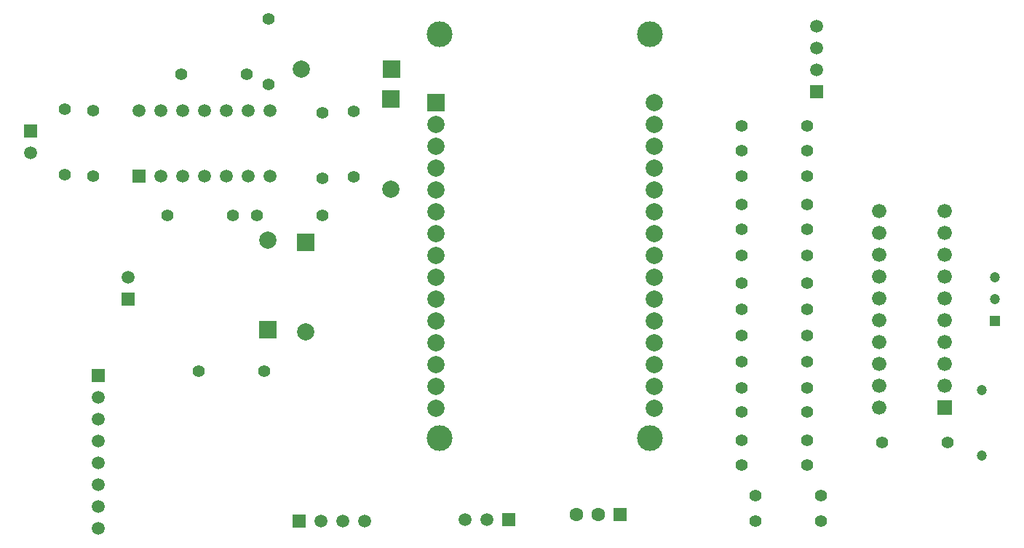
<source format=gbr>
%TF.GenerationSoftware,Altium Limited,Altium Designer,23.11.1 (41)*%
G04 Layer_Physical_Order=1*
G04 Layer_Color=255*
%FSLAX45Y45*%
%MOMM*%
%TF.SameCoordinates,4C9A1514-A2EE-4944-9187-3C763DF9E9B3*%
%TF.FilePolarity,Positive*%
%TF.FileFunction,Copper,L1,Top,Signal*%
%TF.Part,Single*%
G01*
G75*
%TA.AperFunction,ComponentPad*%
%ADD10R,2.00000X2.00000*%
%ADD11C,2.00000*%
%ADD12R,2.00000X2.00000*%
%ADD13C,1.20000*%
%ADD14C,1.67640*%
%ADD15R,1.67640X1.67640*%
%ADD16C,1.40000*%
%ADD17C,1.50000*%
%ADD18R,1.50000X1.50000*%
%ADD19R,1.20000X1.20000*%
%ADD20R,1.60000X1.60000*%
%ADD21C,1.60000*%
%ADD22C,3.00000*%
%ADD23R,1.50000X1.50000*%
D10*
X7023100Y-8646399D02*
D03*
X5588000Y-11330701D02*
D03*
X6032500Y-10310099D02*
D03*
D11*
X7023100Y-9692401D02*
D03*
X5979399Y-8293100D02*
D03*
X6032500Y-11356101D02*
D03*
X10083800Y-10972800D02*
D03*
X7543800Y-9448800D02*
D03*
X10083800Y-10464800D02*
D03*
X7543800Y-9702800D02*
D03*
Y-8940800D02*
D03*
Y-9194800D02*
D03*
Y-9956800D02*
D03*
Y-10210800D02*
D03*
Y-10464800D02*
D03*
Y-10718800D02*
D03*
Y-10972800D02*
D03*
Y-11226800D02*
D03*
Y-11480800D02*
D03*
Y-11734800D02*
D03*
Y-11988800D02*
D03*
Y-12242800D02*
D03*
X10083800Y-8686800D02*
D03*
Y-8940800D02*
D03*
Y-9194800D02*
D03*
Y-9448800D02*
D03*
Y-9702800D02*
D03*
Y-9956800D02*
D03*
Y-10210800D02*
D03*
Y-10718800D02*
D03*
Y-11226800D02*
D03*
Y-11480800D02*
D03*
Y-11734800D02*
D03*
Y-11988800D02*
D03*
Y-12242800D02*
D03*
X5588000Y-10284699D02*
D03*
D12*
X7025401Y-8293100D02*
D03*
X7543800Y-8686800D02*
D03*
D13*
X13893800Y-12026900D02*
D03*
Y-12788900D02*
D03*
X14046201Y-10718800D02*
D03*
Y-10972800D02*
D03*
D14*
X12700000Y-12230100D02*
D03*
Y-11976100D02*
D03*
Y-11722100D02*
D03*
Y-11468100D02*
D03*
Y-11214100D02*
D03*
Y-10960100D02*
D03*
Y-10706100D02*
D03*
Y-10452100D02*
D03*
Y-10198100D02*
D03*
Y-9944100D02*
D03*
X13462000D02*
D03*
Y-10198100D02*
D03*
Y-10452100D02*
D03*
Y-10706100D02*
D03*
Y-10960100D02*
D03*
Y-11214100D02*
D03*
Y-11468100D02*
D03*
Y-11722100D02*
D03*
Y-11976100D02*
D03*
D15*
Y-12230100D02*
D03*
D16*
X11264900Y-13258800D02*
D03*
X12026900D02*
D03*
X5549900Y-11811000D02*
D03*
X6591300Y-8788400D02*
D03*
X11099800Y-12001500D02*
D03*
Y-12280900D02*
D03*
Y-10782300D02*
D03*
Y-11087100D02*
D03*
X11861800Y-9245600D02*
D03*
X11099800D02*
D03*
X11861800Y-9867900D02*
D03*
X11099800D02*
D03*
X11861800Y-10464800D02*
D03*
X11099800D02*
D03*
X11861800Y-11087100D02*
D03*
Y-11696700D02*
D03*
X11099800D02*
D03*
X11861800Y-12280900D02*
D03*
Y-12903200D02*
D03*
X11099800D02*
D03*
X12026900Y-13550900D02*
D03*
X11264900D02*
D03*
X11099800Y-8953500D02*
D03*
X11861800D02*
D03*
X11099800Y-9537700D02*
D03*
X11861800D02*
D03*
X11099800Y-10160000D02*
D03*
X11861800D02*
D03*
Y-10782300D02*
D03*
X11099800Y-11391900D02*
D03*
X11861800D02*
D03*
Y-12001500D02*
D03*
X11099800Y-12611100D02*
D03*
X11861800D02*
D03*
X6591300Y-9550400D02*
D03*
X6223000Y-8801100D02*
D03*
Y-9563100D02*
D03*
Y-9994900D02*
D03*
X5461000D02*
D03*
X3225800Y-8763000D02*
D03*
Y-9525000D02*
D03*
X3556000Y-9537700D02*
D03*
Y-8775700D02*
D03*
X5346700Y-8356600D02*
D03*
X4584700D02*
D03*
X4419600Y-9994900D02*
D03*
X5181600D02*
D03*
X12738100Y-12636500D02*
D03*
X13500101D02*
D03*
X5600700Y-7708900D02*
D03*
Y-8470900D02*
D03*
X4787900Y-11811000D02*
D03*
D17*
X11976100Y-7797800D02*
D03*
Y-8051800D02*
D03*
Y-8305800D02*
D03*
X5613400Y-8775700D02*
D03*
X5359400D02*
D03*
X5105400D02*
D03*
X4851400D02*
D03*
X4597400D02*
D03*
X4343400D02*
D03*
X4089400D02*
D03*
X5613400Y-9537700D02*
D03*
X5359400D02*
D03*
X5105400D02*
D03*
X4851400D02*
D03*
X4597400D02*
D03*
X4343400D02*
D03*
X2832100Y-9271000D02*
D03*
X6718300Y-13550900D02*
D03*
X6464300D02*
D03*
X6210300D02*
D03*
X3619500Y-12115800D02*
D03*
Y-12369800D02*
D03*
Y-12623800D02*
D03*
Y-12877800D02*
D03*
Y-13131799D02*
D03*
Y-13385800D02*
D03*
Y-13639799D02*
D03*
X3962400Y-10718800D02*
D03*
X8140700Y-13538200D02*
D03*
X7886700D02*
D03*
D18*
X11976100Y-8559800D02*
D03*
X4089400Y-9537700D02*
D03*
X2832100Y-9017000D02*
D03*
X3619500Y-11861800D02*
D03*
X3962400Y-10972800D02*
D03*
D19*
X14046201Y-11226800D02*
D03*
D20*
X9690100Y-13474699D02*
D03*
D21*
X9436100D02*
D03*
X9182100D02*
D03*
D22*
X7585801Y-12585797D02*
D03*
X10036800D02*
D03*
Y-7890800D02*
D03*
X7585801D02*
D03*
D23*
X5956300Y-13550900D02*
D03*
X8394700Y-13538200D02*
D03*
%TF.MD5,b3eb5e43c5ede055fcd5c649c3eccbe8*%
M02*

</source>
